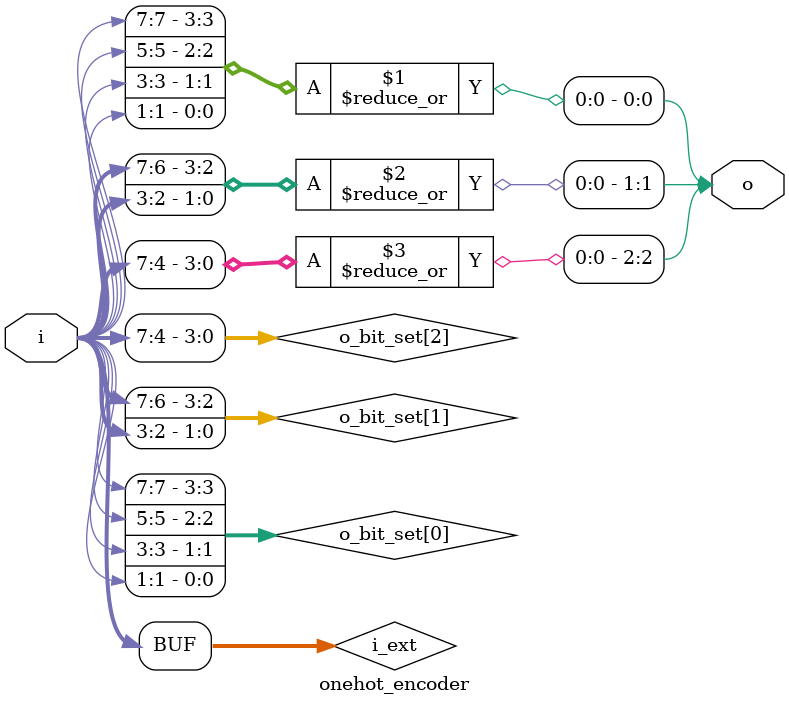
<source format=v>
module onehot_encoder
#(
    parameter INPUT_W   = 8,
    parameter OUTPUT_W  = 3
)
(
    input   [INPUT_W-1:0]   i,
    output  [OUTPUT_W-1:0]  o
);
    // Local paramteters
    localparam EXT_BIT = 2**OUTPUT_W - INPUT_W;
    // Internal variable declaration
    genvar  o_bit_idx;
    genvar  i_bit_idx;
    // Internal signal declaration
    wire    [INPUT_W+EXT_BIT-1:0]   i_ext;
    wire    [2**(OUTPUT_W-1)-1:0]   o_bit_set   [0:OUTPUT_W-1];
    // Combination logic
    assign i_ext = {{EXT_BIT{1'b0}}, i};
    generate
        for(o_bit_idx = 0; o_bit_idx < OUTPUT_W; o_bit_idx = o_bit_idx + 1) begin
            for(i_bit_idx = 0; i_bit_idx < 2**OUTPUT_W; i_bit_idx = i_bit_idx + 1) begin
                if((i_bit_idx/(2**o_bit_idx))%2 == 1) begin
                    assign o_bit_set[o_bit_idx][(2**o_bit_idx)*(i_bit_idx/(2*(2**o_bit_idx)))+(i_bit_idx%(2**o_bit_idx))] = i_ext[i_bit_idx];
                end
            end
            assign o[o_bit_idx] = |o_bit_set[o_bit_idx];
        end
    endgenerate
endmodule

</source>
